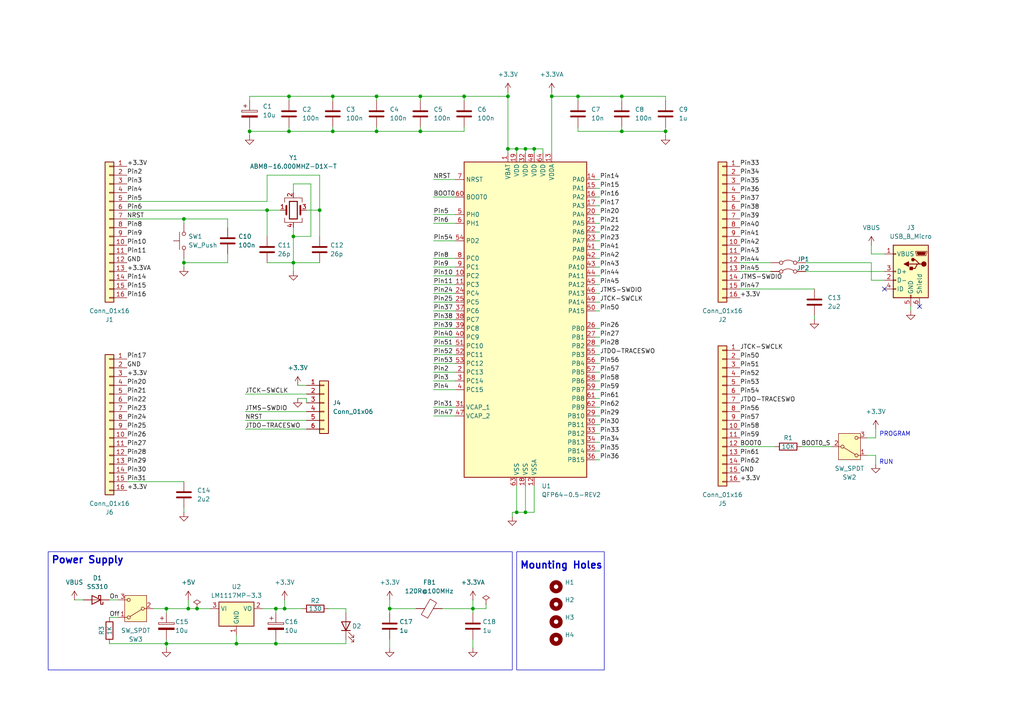
<source format=kicad_sch>
(kicad_sch (version 20250114) (generator "eeschema") (generator_version "9.0")
  (paper "A4")
  (lib_symbols
    (symbol "Connector:USB_B_Micro" (pin_names (offset 1.016))
      (property "Reference" "J" (at -5.08 11.43 0))
      (property "Value" "USB_B_Micro" (at -5.08 8.89 0))
      (symbol "USB_B_Micro_1_1"
        (pin passive line (at -2.54 -10.16 90) (length 2.54) (name "Shield") (number "6"))
        (pin power_out line (at 0 -10.16 90) (length 2.54) (name "GND") (number "5"))
        (pin power_out line (at 7.62 5.08 180) (length 2.54) (name "VBUS") (number "1"))
        (pin bidirectional line (at 7.62 0 180) (length 2.54) (name "D+") (number "3"))
        (pin bidirectional line (at 7.62 -2.54 180) (length 2.54) (name "D-") (number "2"))
        (pin passive line (at 7.62 -5.08 180) (length 2.54) (name "ID") (number "4"))
      )
    )
    (symbol "Connector_Generic:Conn_01x06" (pin_names (offset 1.016) (hide yes))
      (property "Reference" "J" (at 0 7.62 0))
      (property "Value" "Conn_01x06" (at 0 -10.16 0))
      (symbol "Conn_01x06_1_1"
        (pin passive line (at -5.08 5.08 0) (length 3.81) (name "Pin_1") (number "1"))
        (pin passive line (at -5.08 2.54 0) (length 3.81) (name "Pin_2") (number "2"))
        (pin passive line (at -5.08 0 0) (length 3.81) (name "Pin_3") (number "3"))
        (pin passive line (at -5.08 -2.54 0) (length 3.81) (name "Pin_4") (number "4"))
        (pin passive line (at -5.08 -5.08 0) (length 3.81) (name "Pin_5") (number "5"))
        (pin passive line (at -5.08 -7.62 0) (length 3.81) (name "Pin_6") (number "6"))
      )
    )
    (symbol "Connector_Generic:Conn_01x16" (pin_names (offset 1.016) (hide yes))
      (property "Reference" "J" (at 0 20.32 0))
      (property "Value" "Conn_01x16" (at 0 -22.86 0))
      (symbol "Conn_01x16_1_1"
        (pin passive line (at -5.08 17.78 0) (length 3.81) (name "Pin_1") (number "1"))
        (pin passive line (at -5.08 15.24 0) (length 3.81) (name "Pin_2") (number "2"))
        (pin passive line (at -5.08 12.7 0) (length 3.81) (name "Pin_3") (number "3"))
        (pin passive line (at -5.08 10.16 0) (length 3.81) (name "Pin_4") (number "4"))
        (pin passive line (at -5.08 7.62 0) (length 3.81) (name "Pin_5") (number "5"))
        (pin passive line (at -5.08 5.08 0) (length 3.81) (name "Pin_6") (number "6"))
        (pin passive line (at -5.08 2.54 0) (length 3.81) (name "Pin_7") (number "7"))
        (pin passive line (at -5.08 0 0) (length 3.81) (name "Pin_8") (number "8"))
        (pin passive line (at -5.08 -2.54 0) (length 3.81) (name "Pin_9") (number "9"))
        (pin passive line (at -5.08 -5.08 0) (length 3.81) (name "Pin_10") (number "10"))
        (pin passive line (at -5.08 -7.62 0) (length 3.81) (name "Pin_11") (number "11"))
        (pin passive line (at -5.08 -10.16 0) (length 3.81) (name "Pin_12") (number "12"))
        (pin passive line (at -5.08 -12.7 0) (length 3.81) (name "Pin_13") (number "13"))
        (pin passive line (at -5.08 -15.24 0) (length 3.81) (name "Pin_14") (number "14"))
        (pin passive line (at -5.08 -17.78 0) (length 3.81) (name "Pin_15") (number "15"))
        (pin passive line (at -5.08 -20.32 0) (length 3.81) (name "Pin_16") (number "16"))
      )
    )
    (symbol "Device:C" (pin_numbers (hide yes)) (pin_names (offset 0.254))
      (property "Reference" "C" (at 0.635 2.54 0))
      (property "Value" "C" (at 0.635 -2.54 0))
      (symbol "C_1_1"
        (pin passive line (at 0 3.81 270) (length 2.794) (name "~") (number "1"))
        (pin passive line (at 0 -3.81 90) (length 2.794) (name "~") (number "2"))
      )
    )
    (symbol "Device:C_Polarized" (pin_numbers (hide yes)) (pin_names (offset 0.254))
      (property "Reference" "C" (at 0.635 2.54 0))
      (property "Value" "C_Polarized" (at 0.635 -2.54 0))
      (symbol "C_Polarized_1_1"
        (pin passive line (at 0 3.81 270) (length 2.794) (name "~") (number "1"))
        (pin passive line (at 0 -3.81 90) (length 2.794) (name "~") (number "2"))
      )
    )
    (symbol "Device:Crystal_GND24" (pin_names (offset 1.016) (hide yes))
      (property "Reference" "Y" (at 3.175 5.08 0))
      (property "Value" "Crystal_GND24" (at 3.175 3.175 0))
      (symbol "Crystal_GND24_1_1"
        (pin passive line (at -3.81 0 0) (length 1.27) (name "1") (number "1"))
        (pin passive line (at 0 5.08 270) (length 1.27) (name "2") (number "2"))
        (pin passive line (at 0 -5.08 90) (length 1.27) (name "4") (number "4"))
        (pin passive line (at 3.81 0 180) (length 1.27) (name "3") (number "3"))
      )
    )
    (symbol "Device:FerriteBead" (pin_numbers (hide yes)) (pin_names (offset 0))
      (property "Reference" "FB" (at -3.81 0.635 90))
      (property "Value" "FerriteBead" (at 3.81 0 90))
      (symbol "FerriteBead_1_1"
        (pin passive line (at 0 3.81 270) (length 2.54) (name "~") (number "1"))
        (pin passive line (at 0 -3.81 90) (length 2.54) (name "~") (number "2"))
      )
    )
    (symbol "Device:LED" (pin_numbers (hide yes)) (pin_names (offset 1.016) (hide yes))
      (property "Reference" "D" (at 0 2.54 0))
      (property "Value" "LED" (at 0 -2.54 0))
      (symbol "LED_1_1"
        (pin passive line (at -3.81 0 0) (length 2.54) (name "K") (number "1"))
        (pin passive line (at 3.81 0 180) (length 2.54) (name "A") (number "2"))
      )
    )
    (symbol "Device:R" (pin_numbers (hide yes)) (pin_names (offset 0))
      (property "Reference" "R" (at 2.032 0 90))
      (property "Value" "R" (at 0 0 90))
      (symbol "R_1_1"
        (pin passive line (at 0 3.81 270) (length 1.27) (name "~") (number "1"))
        (pin passive line (at 0 -3.81 90) (length 1.27) (name "~") (number "2"))
      )
    )
    (symbol "Diode:SS310" (pin_numbers (hide yes)) (pin_names (offset 1.016) (hide yes))
      (property "Reference" "D" (at 0 2.54 0))
      (property "Value" "SS310" (at 0 -2.54 0))
      (symbol "SS310_1_1"
        (pin passive line (at -3.81 0 0) (length 2.54) (name "K") (number "1"))
        (pin passive line (at 3.81 0 180) (length 2.54) (name "A") (number "2"))
      )
    )
    (symbol "Jumper:Jumper_2_Bridged" (pin_numbers (hide yes)) (pin_names (offset 0) (hide yes)) (exclude_from_sim yes)
      (property "Reference" "JP" (at 0 1.905 0))
      (property "Value" "Jumper_2_Bridged" (at 0 -2.54 0))
      (symbol "Jumper_2_Bridged_1_1"
        (pin passive line (at -5.08 0 0) (length 2.54) (name "A") (number "1"))
        (pin passive line (at 5.08 0 180) (length 2.54) (name "B") (number "2"))
      )
    )
    (symbol "Mechanical:MountingHole" (pin_names (offset 1.016)) (exclude_from_sim yes) (in_bom no)
      (property "Reference" "H" (at 0 5.08 0))
      (property "Value" "MountingHole" (at 0 3.175 0))
    )
    (symbol "Regulator_Linear:LM1117MP-3.3"
      (property "Reference" "U" (at -3.81 3.175 0))
      (property "Value" "LM1117MP-3.3" (at 0 3.175 0))
      (symbol "LM1117MP-3.3_1_1"
        (pin power_in line (at -7.62 0 0) (length 2.54) (name "VI") (number "3"))
        (pin power_in line (at 0 -7.62 90) (length 2.54) (name "GND") (number "1"))
        (pin power_out line (at 7.62 0 180) (length 2.54) (name "VO") (number "2"))
      )
    )
    (symbol "SloBlo:QFP64-0.5-REV2"
      (property "Reference" "U" (at -17.78 46.99 0))
      (property "Value" "QFP64-0.5-REV2" (at 10.16 46.99 0))
      (symbol "QFP64-0.5-REV2_1_1"
        (pin input line (at -20.32 40.64 0) (length 2.54) (name "NRST") (number "7"))
        (pin input line (at -20.32 35.56 0) (length 2.54) (name "BOOT0") (number "60"))
        (pin bidirectional line (at -20.32 30.48 0) (length 2.54) (name "PH0") (number "5"))
        (pin bidirectional line (at -20.32 27.94 0) (length 2.54) (name "PH1") (number "6"))
        (pin bidirectional line (at -20.32 22.86 0) (length 2.54) (name "PD2") (number "54"))
        (pin bidirectional line (at -20.32 17.78 0) (length 2.54) (name "PC0") (number "8"))
        (pin bidirectional line (at -20.32 15.24 0) (length 2.54) (name "PC1") (number "9"))
        (pin bidirectional line (at -20.32 12.7 0) (length 2.54) (name "PC2") (number "10"))
        (pin bidirectional line (at -20.32 10.16 0) (length 2.54) (name "PC3") (number "11"))
        (pin bidirectional line (at -20.32 7.62 0) (length 2.54) (name "PC4") (number "24"))
        (pin bidirectional line (at -20.32 5.08 0) (length 2.54) (name "PC5") (number "25"))
        (pin bidirectional line (at -20.32 2.54 0) (length 2.54) (name "PC6") (number "37"))
        (pin bidirectional line (at -20.32 0 0) (length 2.54) (name "PC7") (number "38"))
        (pin bidirectional line (at -20.32 -2.54 0) (length 2.54) (name "PC8") (number "39"))
        (pin bidirectional line (at -20.32 -5.08 0) (length 2.54) (name "PC9") (number "40"))
        (pin bidirectional line (at -20.32 -7.62 0) (length 2.54) (name "PC10") (number "51"))
        (pin bidirectional line (at -20.32 -10.16 0) (length 2.54) (name "PC11") (number "52"))
        (pin bidirectional line (at -20.32 -12.7 0) (length 2.54) (name "PC12") (number "53"))
        (pin bidirectional line (at -20.32 -15.24 0) (length 2.54) (name "PC13") (number "2"))
        (pin bidirectional line (at -20.32 -17.78 0) (length 2.54) (name "PC14") (number "3"))
        (pin bidirectional line (at -20.32 -20.32 0) (length 2.54) (name "PC15") (number "4"))
        (pin power_out line (at -20.32 -25.4 0) (length 2.54) (name "VCAP_1") (number "31"))
        (pin power_out line (at -20.32 -27.94 0) (length 2.54) (name "VCAP_2") (number "47"))
        (pin power_in line (at -5.08 48.26 270) (length 2.54) (name "VBAT") (number "1"))
        (pin power_in line (at -2.54 48.26 270) (length 2.54) (name "VDD") (number "19"))
        (pin passive line (at -2.54 -48.26 90) (length 2.54) (name "VSS") (number "63"))
        (pin power_in line (at 0 48.26 270) (length 2.54) (name "VDD") (number "32"))
        (pin power_in line (at 0 -48.26 90) (length 2.54) (name "VSS") (number "18"))
        (pin power_in line (at 2.54 48.26 270) (length 2.54) (name "VDD") (number "48"))
        (pin power_in line (at 2.54 -48.26 90) (length 2.54) (name "VSSA") (number "12"))
        (pin power_in line (at 5.08 48.26 270) (length 2.54) (name "VDD") (number "64"))
        (pin power_in line (at 7.62 48.26 270) (length 2.54) (name "VDDA") (number "13"))
        (pin bidirectional line (at 20.32 40.64 180) (length 2.54) (name "PA0") (number "14"))
        (pin bidirectional line (at 20.32 38.1 180) (length 2.54) (name "PA1") (number "15"))
        (pin bidirectional line (at 20.32 35.56 180) (length 2.54) (name "PA2") (number "16"))
        (pin bidirectional line (at 20.32 33.02 180) (length 2.54) (name "PA3") (number "17"))
        (pin bidirectional line (at 20.32 30.48 180) (length 2.54) (name "PA4") (number "20"))
        (pin bidirectional line (at 20.32 27.94 180) (length 2.54) (name "PA5") (number "21"))
        (pin bidirectional line (at 20.32 25.4 180) (length 2.54) (name "PA6") (number "22"))
        (pin bidirectional line (at 20.32 22.86 180) (length 2.54) (name "PA7") (number "23"))
        (pin bidirectional line (at 20.32 20.32 180) (length 2.54) (name "PA8") (number "41"))
        (pin bidirectional line (at 20.32 17.78 180) (length 2.54) (name "PA9") (number "42"))
        (pin bidirectional line (at 20.32 15.24 180) (length 2.54) (name "PA10") (number "43"))
        (pin bidirectional line (at 20.32 12.7 180) (length 2.54) (name "PA11") (number "44"))
        (pin bidirectional line (at 20.32 10.16 180) (length 2.54) (name "PA12") (number "45"))
        (pin bidirectional line (at 20.32 7.62 180) (length 2.54) (name "PA13") (number "46"))
        (pin bidirectional line (at 20.32 5.08 180) (length 2.54) (name "PA14") (number "49"))
        (pin bidirectional line (at 20.32 2.54 180) (length 2.54) (name "PA15") (number "50"))
        (pin bidirectional line (at 20.32 -2.54 180) (length 2.54) (name "PB0") (number "26"))
        (pin bidirectional line (at 20.32 -5.08 180) (length 2.54) (name "PB1") (number "27"))
        (pin bidirectional line (at 20.32 -7.62 180) (length 2.54) (name "PB2") (number "28"))
        (pin bidirectional line (at 20.32 -10.16 180) (length 2.54) (name "PB3") (number "55"))
        (pin bidirectional line (at 20.32 -12.7 180) (length 2.54) (name "PB4") (number "56"))
        (pin bidirectional line (at 20.32 -15.24 180) (length 2.54) (name "PB5") (number "57"))
        (pin bidirectional line (at 20.32 -17.78 180) (length 2.54) (name "PB6") (number "58"))
        (pin bidirectional line (at 20.32 -20.32 180) (length 2.54) (name "PB7") (number "59"))
        (pin bidirectional line (at 20.32 -22.86 180) (length 2.54) (name "PB8") (number "61"))
        (pin bidirectional line (at 20.32 -25.4 180) (length 2.54) (name "PB9") (number "62"))
        (pin bidirectional line (at 20.32 -27.94 180) (length 2.54) (name "PB10") (number "29"))
        (pin bidirectional line (at 20.32 -30.48 180) (length 2.54) (name "PB11") (number "30"))
        (pin bidirectional line (at 20.32 -33.02 180) (length 2.54) (name "PB12") (number "33"))
        (pin bidirectional line (at 20.32 -35.56 180) (length 2.54) (name "PB13") (number "34"))
        (pin bidirectional line (at 20.32 -38.1 180) (length 2.54) (name "PB14") (number "35"))
        (pin bidirectional line (at 20.32 -40.64 180) (length 2.54) (name "PB15") (number "36"))
      )
    )
    (symbol "Switch:SW_Push" (pin_numbers (hide yes)) (pin_names (offset 1.016) (hide yes))
      (property "Reference" "SW" (at 1.27 2.54 0))
      (property "Value" "SW_Push" (at 0 -1.524 0))
      (symbol "SW_Push_0_1"
        (pin passive line (at -5.08 0 0) (length 2.54) (name "1") (number "1"))
        (pin passive line (at 5.08 0 180) (length 2.54) (name "2") (number "2"))
      )
    )
    (symbol "Switch:SW_SPDT" (pin_names (offset 0) (hide yes))
      (property "Reference" "SW" (at 0 5.08 0))
      (property "Value" "SW_SPDT" (at 0 -5.08 0))
      (symbol "SW_SPDT_1_1"
        (pin passive line (at -5.08 0 0) (length 2.54) (name "B") (number "2"))
        (pin passive line (at 5.08 2.54 180) (length 2.54) (name "A") (number "1"))
        (pin passive line (at 5.08 -2.54 180) (length 2.54) (name "C") (number "3"))
      )
    )
    (symbol "power:+3.3V" (power) (pin_numbers (hide yes)) (pin_names (offset 0) (hide yes))
      (property "Value" "+3.3V" (at 0 3.556 0))
      (symbol "+3.3V_1_1"
        (pin power_in line (at 0 0 90) (length 0) (name "~") (number "1"))
      )
    )
    (symbol "power:+3.3VA" (power) (pin_numbers (hide yes)) (pin_names (offset 0) (hide yes))
      (property "Value" "+3.3VA" (at 0 3.556 0))
      (symbol "+3.3VA_1_1"
        (pin power_in line (at 0 0 90) (length 0) (name "~") (number "1"))
      )
    )
    (symbol "power:+5V" (power) (pin_numbers (hide yes)) (pin_names (offset 0) (hide yes))
      (property "Value" "+5V" (at 0 3.556 0))
      (symbol "+5V_1_1"
        (pin power_in line (at 0 0 90) (length 0) (name "~") (number "1"))
      )
    )
    (symbol "power:GND" (power) (pin_numbers (hide yes)) (pin_names (offset 0) (hide yes))
      (property "Value" "GND" (at 0 -3.81 0))
      (symbol "GND_1_1"
        (pin power_in line (at 0 0 270) (length 0) (name "~") (number "1"))
      )
    )
    (symbol "power:PWR_FLAG" (power) (pin_numbers (hide yes)) (pin_names (offset 0) (hide yes))
      (property "Value" "PWR_FLAG" (at 0 3.81 0))
      (symbol "PWR_FLAG_0_0"
        (pin power_out line (at 0 0 90) (length 0) (name "~") (number "1"))
      )
    )
    (symbol "power:VBUS" (power) (pin_numbers (hide yes)) (pin_names (offset 0) (hide yes))
      (property "Value" "VBUS" (at 0 3.556 0))
      (symbol "VBUS_1_1"
        (pin power_in line (at 0 0 90) (length 0) (name "~") (number "1"))
      )
    )
  )
  (rectangle (start 13.97 160.02) (end 148.59 194.31))
  (rectangle (start 149.86 160.02) (end 175.26 194.31))
  (text "RUN" (at 257.048 134.112 0) (effects (font (size 1.27 1.27))))
  (text "PROGRAM" (at 259.588 125.984 0) (effects (font (size 1.27 1.27))))
  (text "Mounting Holes" (at 162.814 164.084 0) (effects (font (size 2.032 2.032) (thickness 0.4064) (bold yes))))
  (text "Power Supply" (at 25.4 162.56 0) (effects (font (size 2.032 2.032) (thickness 0.4064) (bold yes))))
  (junction (at 92.71 60.96))
  (junction (at 54.61 176.53))
  (junction (at 85.09 76.2))
  (junction (at 152.4 148.59))
  (junction (at 154.94 43.18))
  (junction (at 149.86 43.18))
  (junction (at 152.4 43.18))
  (junction (at 68.58 186.69))
  (junction (at 109.22 27.94))
  (junction (at 83.82 27.94))
  (junction (at 149.86 148.59))
  (junction (at 57.15 176.53))
  (junction (at 147.32 27.94))
  (junction (at 82.55 176.53))
  (junction (at 167.64 27.94))
  (junction (at 193.04 38.1))
  (junction (at 80.01 176.53))
  (junction (at 83.82 38.1))
  (junction (at 134.62 27.94))
  (junction (at 180.34 38.1))
  (junction (at 180.34 27.94))
  (junction (at 77.47 60.96))
  (junction (at 121.92 27.94))
  (junction (at 96.52 38.1))
  (junction (at 109.22 38.1))
  (junction (at 121.92 38.1))
  (junction (at 137.16 176.53))
  (junction (at 48.26 186.69))
  (junction (at 72.39 38.1))
  (junction (at 80.01 186.69))
  (junction (at 113.03 176.53))
  (junction (at 160.02 27.94))
  (junction (at 147.32 43.18))
  (junction (at 85.09 68.58))
  (junction (at 53.34 63.5))
  (junction (at 48.26 176.53))
  (junction (at 53.34 76.2))
  (junction (at 96.52 27.94))
  (no_connect (at 266.7 88.9))
  (no_connect (at 256.54 83.82))
  (wire (pts (xy 125.73 105.41) (xy 132.08 105.41)))
  (wire (pts (xy 76.2 176.53) (xy 80.01 176.53)))
  (wire (pts (xy 81.28 60.96) (xy 77.47 60.96)))
  (wire (pts (xy 125.73 120.65) (xy 132.08 120.65)))
  (wire (pts (xy 172.72 107.95) (xy 173.99 107.95)))
  (wire (pts (xy 48.26 186.69) (xy 48.26 187.96)))
  (wire (pts (xy 125.73 64.77) (xy 132.08 64.77)))
  (wire (pts (xy 72.39 27.94) (xy 83.82 27.94)))
  (wire (pts (xy 193.04 36.83) (xy 193.04 38.1)))
  (wire (pts (xy 214.63 78.74) (xy 223.52 78.74)))
  (wire (pts (xy 214.63 76.2) (xy 223.52 76.2)))
  (wire (pts (xy 172.72 105.41) (xy 173.99 105.41)))
  (wire (pts (xy 125.73 74.93) (xy 132.08 74.93)))
  (wire (pts (xy 109.22 27.94) (xy 109.22 29.21)))
  (wire (pts (xy 180.34 38.1) (xy 193.04 38.1)))
  (wire (pts (xy 193.04 38.1) (xy 193.04 39.37)))
  (wire (pts (xy 137.16 185.42) (xy 137.16 187.96)))
  (wire (pts (xy 125.73 95.25) (xy 132.08 95.25)))
  (wire (pts (xy 172.72 123.19) (xy 173.99 123.19)))
  (wire (pts (xy 137.16 173.99) (xy 137.16 176.53)))
  (wire (pts (xy 83.82 27.94) (xy 83.82 29.21)))
  (wire (pts (xy 148.59 148.59) (xy 148.59 149.86)))
  (wire (pts (xy 72.39 38.1) (xy 72.39 39.37)))
  (wire (pts (xy 113.03 173.99) (xy 113.03 176.53)))
  (wire (pts (xy 80.01 186.69) (xy 68.58 186.69)))
  (wire (pts (xy 77.47 76.2) (xy 85.09 76.2)))
  (wire (pts (xy 92.71 50.8) (xy 92.71 60.96)))
  (wire (pts (xy 125.73 100.33) (xy 132.08 100.33)))
  (wire (pts (xy 36.83 139.7) (xy 53.34 139.7)))
  (wire (pts (xy 172.72 64.77) (xy 173.99 64.77)))
  (wire (pts (xy 125.73 118.11) (xy 132.08 118.11)))
  (wire (pts (xy 251.46 127) (xy 254 127)))
  (wire (pts (xy 125.73 62.23) (xy 132.08 62.23)))
  (wire (pts (xy 83.82 36.83) (xy 83.82 38.1)))
  (wire (pts (xy 83.82 27.94) (xy 96.52 27.94)))
  (wire (pts (xy 80.01 177.8) (xy 80.01 176.53)))
  (wire (pts (xy 180.34 27.94) (xy 180.34 29.21)))
  (wire (pts (xy 134.62 36.83) (xy 134.62 38.1)))
  (wire (pts (xy 86.36 115.57) (xy 88.9 115.57)))
  (wire (pts (xy 172.72 54.61) (xy 173.99 54.61)))
  (wire (pts (xy 180.34 27.94) (xy 167.64 27.94)))
  (wire (pts (xy 48.26 185.42) (xy 48.26 186.69)))
  (wire (pts (xy 172.72 100.33) (xy 173.99 100.33)))
  (wire (pts (xy 36.83 60.96) (xy 77.47 60.96)))
  (wire (pts (xy 147.32 43.18) (xy 149.86 43.18)))
  (wire (pts (xy 53.34 63.5) (xy 53.34 64.77)))
  (wire (pts (xy 172.72 120.65) (xy 173.99 120.65)))
  (wire (pts (xy 172.72 102.87) (xy 173.99 102.87)))
  (wire (pts (xy 125.73 90.17) (xy 132.08 90.17)))
  (wire (pts (xy 92.71 60.96) (xy 92.71 68.58)))
  (wire (pts (xy 125.73 52.07) (xy 132.08 52.07)))
  (wire (pts (xy 149.86 148.59) (xy 152.4 148.59)))
  (wire (pts (xy 36.83 58.42) (xy 77.47 58.42)))
  (wire (pts (xy 172.72 87.63) (xy 173.99 87.63)))
  (wire (pts (xy 121.92 36.83) (xy 121.92 38.1)))
  (wire (pts (xy 172.72 62.23) (xy 173.99 62.23)))
  (wire (pts (xy 85.09 55.88) (xy 85.09 53.34)))
  (wire (pts (xy 172.72 128.27) (xy 173.99 128.27)))
  (wire (pts (xy 236.22 91.44) (xy 236.22 92.71)))
  (wire (pts (xy 80.01 176.53) (xy 82.55 176.53)))
  (wire (pts (xy 95.25 176.53) (xy 100.33 176.53)))
  (wire (pts (xy 68.58 186.69) (xy 48.26 186.69)))
  (wire (pts (xy 167.64 36.83) (xy 167.64 38.1)))
  (wire (pts (xy 154.94 140.97) (xy 154.94 148.59)))
  (wire (pts (xy 232.41 129.54) (xy 241.3 129.54)))
  (wire (pts (xy 82.55 176.53) (xy 87.63 176.53)))
  (wire (pts (xy 125.73 85.09) (xy 132.08 85.09)))
  (wire (pts (xy 134.62 27.94) (xy 147.32 27.94)))
  (wire (pts (xy 172.72 80.01) (xy 173.99 80.01)))
  (wire (pts (xy 109.22 36.83) (xy 109.22 38.1)))
  (wire (pts (xy 80.01 185.42) (xy 80.01 186.69)))
  (wire (pts (xy 152.4 43.18) (xy 152.4 44.45)))
  (wire (pts (xy 149.86 43.18) (xy 149.86 44.45)))
  (wire (pts (xy 92.71 50.8) (xy 77.47 50.8)))
  (wire (pts (xy 137.16 177.8) (xy 137.16 176.53)))
  (wire (pts (xy 172.72 72.39) (xy 173.99 72.39)))
  (wire (pts (xy 128.27 176.53) (xy 137.16 176.53)))
  (wire (pts (xy 96.52 27.94) (xy 109.22 27.94)))
  (wire (pts (xy 172.72 74.93) (xy 173.99 74.93)))
  (wire (pts (xy 21.59 173.99) (xy 24.13 173.99)))
  (wire (pts (xy 71.12 119.38) (xy 88.9 119.38)))
  (wire (pts (xy 172.72 59.69) (xy 173.99 59.69)))
  (wire (pts (xy 44.45 176.53) (xy 48.26 176.53)))
  (wire (pts (xy 157.48 43.18) (xy 157.48 44.45)))
  (wire (pts (xy 96.52 27.94) (xy 96.52 29.21)))
  (wire (pts (xy 149.86 43.18) (xy 152.4 43.18)))
  (wire (pts (xy 48.26 177.8) (xy 48.26 176.53)))
  (wire (pts (xy 125.73 92.71) (xy 132.08 92.71)))
  (wire (pts (xy 77.47 60.96) (xy 77.47 68.58)))
  (wire (pts (xy 172.72 133.35) (xy 173.99 133.35)))
  (wire (pts (xy 113.03 185.42) (xy 113.03 187.96)))
  (wire (pts (xy 109.22 38.1) (xy 96.52 38.1)))
  (wire (pts (xy 125.73 80.01) (xy 132.08 80.01)))
  (wire (pts (xy 88.9 60.96) (xy 92.71 60.96)))
  (wire (pts (xy 54.61 173.99) (xy 54.61 176.53)))
  (wire (pts (xy 137.16 176.53) (xy 140.97 176.53)))
  (wire (pts (xy 172.72 90.17) (xy 173.99 90.17)))
  (wire (pts (xy 154.94 43.18) (xy 154.94 44.45)))
  (wire (pts (xy 125.73 69.85) (xy 132.08 69.85)))
  (wire (pts (xy 125.73 110.49) (xy 132.08 110.49)))
  (wire (pts (xy 85.09 53.34) (xy 90.17 53.34)))
  (wire (pts (xy 72.39 36.83) (xy 72.39 38.1)))
  (wire (pts (xy 172.72 115.57) (xy 173.99 115.57)))
  (wire (pts (xy 134.62 38.1) (xy 121.92 38.1)))
  (wire (pts (xy 233.68 78.74) (xy 256.54 78.74)))
  (wire (pts (xy 160.02 27.94) (xy 160.02 44.45)))
  (wire (pts (xy 121.92 38.1) (xy 109.22 38.1)))
  (wire (pts (xy 53.34 76.2) (xy 53.34 77.47)))
  (wire (pts (xy 121.92 27.94) (xy 121.92 29.21)))
  (wire (pts (xy 167.64 29.21) (xy 167.64 27.94)))
  (wire (pts (xy 172.72 57.15) (xy 173.99 57.15)))
  (wire (pts (xy 172.72 95.25) (xy 173.99 95.25)))
  (wire (pts (xy 147.32 27.94) (xy 147.32 43.18)))
  (wire (pts (xy 152.4 140.97) (xy 152.4 148.59)))
  (wire (pts (xy 66.04 63.5) (xy 53.34 63.5)))
  (wire (pts (xy 254 127) (xy 254 124.46)))
  (wire (pts (xy 125.73 97.79) (xy 132.08 97.79)))
  (wire (pts (xy 193.04 27.94) (xy 180.34 27.94)))
  (wire (pts (xy 125.73 113.03) (xy 132.08 113.03)))
  (wire (pts (xy 53.34 74.93) (xy 53.34 76.2)))
  (wire (pts (xy 152.4 148.59) (xy 154.94 148.59)))
  (wire (pts (xy 167.64 38.1) (xy 180.34 38.1)))
  (wire (pts (xy 125.73 82.55) (xy 132.08 82.55)))
  (wire (pts (xy 125.73 102.87) (xy 132.08 102.87)))
  (wire (pts (xy 113.03 177.8) (xy 113.03 176.53)))
  (wire (pts (xy 134.62 27.94) (xy 134.62 29.21)))
  (wire (pts (xy 85.09 68.58) (xy 85.09 76.2)))
  (wire (pts (xy 252.73 73.66) (xy 256.54 73.66)))
  (wire (pts (xy 252.73 71.12) (xy 252.73 73.66)))
  (wire (pts (xy 100.33 176.53) (xy 100.33 177.8)))
  (wire (pts (xy 85.09 68.58) (xy 90.17 68.58)))
  (wire (pts (xy 149.86 140.97) (xy 149.86 148.59)))
  (wire (pts (xy 83.82 38.1) (xy 72.39 38.1)))
  (wire (pts (xy 172.72 85.09) (xy 173.99 85.09)))
  (wire (pts (xy 172.72 130.81) (xy 173.99 130.81)))
  (wire (pts (xy 66.04 73.66) (xy 66.04 76.2)))
  (wire (pts (xy 214.63 83.82) (xy 236.22 83.82)))
  (wire (pts (xy 90.17 53.34) (xy 90.17 68.58)))
  (wire (pts (xy 57.15 176.53) (xy 60.96 176.53)))
  (wire (pts (xy 54.61 176.53) (xy 48.26 176.53)))
  (wire (pts (xy 172.72 52.07) (xy 173.99 52.07)))
  (wire (pts (xy 160.02 26.67) (xy 160.02 27.94)))
  (wire (pts (xy 172.72 97.79) (xy 173.99 97.79)))
  (wire (pts (xy 167.64 27.94) (xy 160.02 27.94)))
  (wire (pts (xy 96.52 36.83) (xy 96.52 38.1)))
  (wire (pts (xy 148.59 148.59) (xy 149.86 148.59)))
  (wire (pts (xy 66.04 76.2) (xy 53.34 76.2)))
  (wire (pts (xy 71.12 114.3) (xy 88.9 114.3)))
  (wire (pts (xy 233.68 76.2) (xy 252.73 76.2)))
  (wire (pts (xy 53.34 147.32) (xy 53.34 148.59)))
  (wire (pts (xy 88.9 115.57) (xy 88.9 116.84)))
  (wire (pts (xy 72.39 29.21) (xy 72.39 27.94)))
  (wire (pts (xy 172.72 113.03) (xy 173.99 113.03)))
  (wire (pts (xy 152.4 43.18) (xy 154.94 43.18)))
  (wire (pts (xy 85.09 66.04) (xy 85.09 68.58)))
  (wire (pts (xy 154.94 43.18) (xy 157.48 43.18)))
  (wire (pts (xy 125.73 57.15) (xy 132.08 57.15)))
  (wire (pts (xy 121.92 27.94) (xy 134.62 27.94)))
  (wire (pts (xy 68.58 184.15) (xy 68.58 186.69)))
  (wire (pts (xy 113.03 176.53) (xy 120.65 176.53)))
  (wire (pts (xy 147.32 43.18) (xy 147.32 44.45)))
  (wire (pts (xy 172.72 77.47) (xy 173.99 77.47)))
  (wire (pts (xy 82.55 173.99) (xy 82.55 176.53)))
  (wire (pts (xy 86.36 111.76) (xy 88.9 111.76)))
  (wire (pts (xy 85.09 76.2) (xy 92.71 76.2)))
  (wire (pts (xy 172.72 82.55) (xy 173.99 82.55)))
  (wire (pts (xy 125.73 77.47) (xy 132.08 77.47)))
  (wire (pts (xy 109.22 27.94) (xy 121.92 27.94)))
  (wire (pts (xy 264.16 88.9) (xy 264.16 90.17)))
  (wire (pts (xy 96.52 38.1) (xy 83.82 38.1)))
  (wire (pts (xy 80.01 186.69) (xy 100.33 186.69)))
  (wire (pts (xy 125.73 107.95) (xy 132.08 107.95)))
  (wire (pts (xy 125.73 87.63) (xy 132.08 87.63)))
  (wire (pts (xy 180.34 36.83) (xy 180.34 38.1)))
  (wire (pts (xy 251.46 132.08) (xy 254 132.08)))
  (wire (pts (xy 147.32 26.67) (xy 147.32 27.94)))
  (wire (pts (xy 256.54 81.28) (xy 252.73 81.28)))
  (wire (pts (xy 172.72 69.85) (xy 173.99 69.85)))
  (wire (pts (xy 85.09 76.2) (xy 85.09 78.74)))
  (wire (pts (xy 66.04 66.04) (xy 66.04 63.5)))
  (wire (pts (xy 172.72 67.31) (xy 173.99 67.31)))
  (wire (pts (xy 214.63 129.54) (xy 224.79 129.54)))
  (wire (pts (xy 254 132.08) (xy 254 134.62)))
  (wire (pts (xy 31.75 179.07) (xy 34.29 179.07)))
  (wire (pts (xy 31.75 186.69) (xy 48.26 186.69)))
  (wire (pts (xy 100.33 186.69) (xy 100.33 185.42)))
  (wire (pts (xy 172.72 110.49) (xy 173.99 110.49)))
  (wire (pts (xy 140.97 175.26) (xy 140.97 176.53)))
  (wire (pts (xy 172.72 125.73) (xy 173.99 125.73)))
  (wire (pts (xy 172.72 118.11) (xy 173.99 118.11)))
  (wire (pts (xy 193.04 29.21) (xy 193.04 27.94)))
  (wire (pts (xy 54.61 176.53) (xy 57.15 176.53)))
  (wire (pts (xy 36.83 63.5) (xy 53.34 63.5)))
  (wire (pts (xy 252.73 81.28) (xy 252.73 76.2)))
  (wire (pts (xy 71.12 124.46) (xy 88.9 124.46)))
  (wire (pts (xy 71.12 121.92) (xy 88.9 121.92)))
  (wire (pts (xy 77.47 50.8) (xy 77.47 58.42)))
  (wire (pts (xy 31.75 173.99) (xy 34.29 173.99)))
  (label "Pin25" (at 125.73 87.63 0))
  (label "Pin22" (at 36.83 116.84 0))
  (label "Pin27" (at 36.83 129.54 0))
  (label "JTCK-SWCLK" (at 173.99 87.63 0))
  (label "JTDO-TRACESWO" (at 214.63 116.84 0))
  (label "Pin20" (at 173.99 62.23 0))
  (label "Pin35" (at 214.63 53.34 0))
  (label "Pin39" (at 214.63 63.5 0))
  (label "Pin9" (at 125.73 77.47 0))
  (label "Pin57" (at 214.63 121.92 0))
  (label "Pin50" (at 214.63 104.14 0))
  (label "Pin39" (at 125.73 95.25 0))
  (label "Pin4" (at 36.83 55.88 0))
  (label "Pin52" (at 214.63 109.22 0))
  (label "Pin54" (at 125.73 69.85 0))
  (label "NRST" (at 36.83 63.5 0))
  (label "Pin26" (at 36.83 127 0))
  (label "On" (at 31.75 173.99 0))
  (label "Pin3" (at 36.83 53.34 0))
  (label "BOOT0_S" (at 232.41 129.54 0))
  (label "JTMS-SWDIO" (at 173.99 85.09 0))
  (label "Pin38" (at 214.63 60.96 0))
  (label "NRST" (at 71.12 121.92 0))
  (label "Pin10" (at 36.83 71.12 0))
  (label "JTCK-SWCLK" (at 214.63 101.6 0))
  (label "Pin41" (at 173.99 72.39 0))
  (label "Pin53" (at 125.73 105.41 0))
  (label "Pin4" (at 125.73 113.03 0))
  (label "Pin37" (at 214.63 58.42 0))
  (label "Pin22" (at 173.99 67.31 0))
  (label "Pin29" (at 173.99 120.65 0))
  (label "Pin61" (at 214.63 132.08 0))
  (label "Pin29" (at 36.83 134.62 0))
  (label "Pin15" (at 173.99 54.61 0))
  (label "GND" (at 214.63 137.16 0))
  (label "Pin8" (at 36.83 66.04 0))
  (label "Pin58" (at 214.63 124.46 0))
  (label "Pin40" (at 125.73 97.79 0))
  (label "Pin15" (at 36.83 83.82 0))
  (label "Pin59" (at 214.63 127 0))
  (label "Pin20" (at 36.83 111.76 0))
  (label "+3.3VA" (at 36.83 78.74 0))
  (label "Pin47" (at 125.73 120.65 0))
  (label "Pin36" (at 214.63 55.88 0))
  (label "Pin36" (at 173.99 133.35 0))
  (label "Pin8" (at 125.73 74.93 0))
  (label "Pin34" (at 173.99 128.27 0))
  (label "Pin5" (at 125.73 62.23 0))
  (label "Pin43" (at 173.99 77.47 0))
  (label "Pin33" (at 214.63 48.26 0))
  (label "Pin6" (at 36.83 60.96 0))
  (label "Pin41" (at 214.63 68.58 0))
  (label "Pin28" (at 36.83 132.08 0))
  (label "Pin16" (at 36.83 86.36 0))
  (label "Pin40" (at 214.63 66.04 0))
  (label "Pin27" (at 173.99 97.79 0))
  (label "Pin14" (at 173.99 52.07 0))
  (label "Pin16" (at 173.99 57.15 0))
  (label "Pin47" (at 214.63 83.82 0))
  (label "Pin62" (at 173.99 118.11 0))
  (label "Pin31" (at 36.83 139.7 0))
  (label "Pin56" (at 173.99 105.41 0))
  (label "Pin24" (at 36.83 121.92 0))
  (label "Pin50" (at 173.99 90.17 0))
  (label "Pin2" (at 36.83 50.8 0))
  (label "GND" (at 36.83 76.2 0))
  (label "GND" (at 36.83 106.68 0))
  (label "Pin42" (at 173.99 74.93 0))
  (label "Pin44" (at 214.63 76.2 0))
  (label "Pin45" (at 214.63 78.74 0))
  (label "Pin51" (at 125.73 100.33 0))
  (label "Pin61" (at 173.99 115.57 0))
  (label "Pin10" (at 125.73 80.01 0))
  (label "Pin14" (at 36.83 81.28 0))
  (label "Pin3" (at 125.73 110.49 0))
  (label "+3.3V" (at 36.83 48.26 0))
  (label "Pin17" (at 173.99 59.69 0))
  (label "Pin59" (at 173.99 113.03 0))
  (label "Pin28" (at 173.99 100.33 0))
  (label "Pin54" (at 214.63 114.3 0))
  (label "Pin23" (at 36.83 119.38 0))
  (label "JTDO-TRACESWO" (at 71.12 124.46 0))
  (label "Pin9" (at 36.83 68.58 0))
  (label "Pin35" (at 173.99 130.81 0))
  (label "Pin2" (at 125.73 107.95 0))
  (label "+3.3V" (at 36.83 142.24 0))
  (label "Pin5" (at 36.83 58.42 0))
  (label "Pin37" (at 125.73 90.17 0))
  (label "+3.3V" (at 214.63 86.36 0))
  (label "Pin30" (at 36.83 137.16 0))
  (label "Pin62" (at 214.63 134.62 0))
  (label "Pin11" (at 125.73 82.55 0))
  (label "Pin26" (at 173.99 95.25 0))
  (label "Pin6" (at 125.73 64.77 0))
  (label "Pin21" (at 36.83 114.3 0))
  (label "Pin44" (at 173.99 80.01 0))
  (label "Pin52" (at 125.73 102.87 0))
  (label "Pin34" (at 214.63 50.8 0))
  (label "JTMS-SWDIO" (at 214.63 81.28 0))
  (label "Pin42" (at 214.63 71.12 0))
  (label "Pin24" (at 125.73 85.09 0))
  (label "+3.3V" (at 214.63 139.7 0))
  (label "Pin23" (at 173.99 69.85 0))
  (label "JTDO-TRACESWO" (at 173.99 102.87 0))
  (label "Pin21" (at 173.99 64.77 0))
  (label "Pin51" (at 214.63 106.68 0))
  (label "Pin45" (at 173.99 82.55 0))
  (label "Pin56" (at 214.63 119.38 0))
  (label "Pin30" (at 173.99 123.19 0))
  (label "JTCK-SWCLK" (at 71.12 114.3 0))
  (label "Pin38" (at 125.73 92.71 0))
  (label "Pin11" (at 36.83 73.66 0))
  (label "Pin57" (at 173.99 107.95 0))
  (label "BOOT0" (at 125.73 57.15 0))
  (label "Pin53" (at 214.63 111.76 0))
  (label "BOOT0" (at 214.63 129.54 0))
  (label "Pin31" (at 125.73 118.11 0))
  (label "Pin58" (at 173.99 110.49 0))
  (label "+3.3V" (at 36.83 109.22 0))
  (label "Off" (at 31.75 179.07 0))
  (label "Pin17" (at 36.83 104.14 0))
  (label "Pin33" (at 173.99 125.73 0))
  (label "Pin43" (at 214.63 73.66 0))
  (label "JTMS-SWDIO" (at 71.12 119.38 0))
  (label "Pin25" (at 36.83 124.46 0))
  (label "NRST" (at 125.73 52.07 0))
  (symbol (lib_id "Device:C_Polarized") (at 72.39 33.02 0) (unit 1)
    (property "Reference" "C1" (at 76.2 30.8609 0) (effects (justify left)))
    (property "Value" "10u" (at 76.2 33.4009 0) (effects (justify left)))
    (property "Footprint" "Capacitor_THT:CP_Radial_D8.0mm_P3.50mm" (effects (hide yes)))
    (property "Description" "Polarized capacitor" (effects (hide yes)))
  )
  (symbol (lib_id "power:GND") (at 53.34 77.47 0) (unit 1)
    (property "Reference" "#PWR06" (effects (hide yes)))
    (property "Value" "GND" (effects (hide yes)))
    (property "Description" "Power symbol creates a global label with name \"GND\" , ground" (effects (hide yes)))
  )
  (symbol (lib_id "power:GND") (at 85.09 78.74 0) (unit 1)
    (property "Reference" "#PWR07" (effects (hide yes)))
    (property "Value" "GND" (effects (hide yes)))
    (property "Description" "Power symbol creates a global label with name \"GND\" , ground" (effects (hide yes)))
  )
  (symbol (lib_id "power:+3.3V") (at 254 124.46 0) (unit 1)
    (property "Reference" "#PWR012" (effects (hide yes)))
    (property "Value" "+3.3V" (at 254 119.38 0))
    (property "Description" "Power symbol creates a global label with name \"+3.3V\"" (effects (hide yes)))
  )
  (symbol (lib_id "Jumper:Jumper_2_Bridged") (at 228.6 78.74 0) (unit 1)
    (property "Reference" "JP2" (at 232.918 77.724 0))
    (property "Value" "Jumper_2_Bridged" (effects (hide yes)))
    (property "Footprint" "Connector_PinHeader_2.54mm:PinHeader_1x02_P2.54mm_Vertical" (effects (hide yes)))
    (property "Description" "Jumper, 2-pole, closed/bridged" (effects (hide yes)))
  )
  (symbol (lib_id "Diode:SS310") (at 27.94 173.99 180) (unit 1)
    (property "Reference" "D1" (at 28.2575 167.64 0))
    (property "Value" "SS310" (at 28.2575 170.18 0))
    (property "Footprint" "Diode_SMD:D_SMA" (effects (hide yes)))
    (property "Datasheet" "https://www.microdiode.com/uploadfiles//PDF/SS32-THRU-SS3200-SMA.pdf" (effects (hide yes)))
    (property "Description" "100V 3A Schottky Diode, SMA" (effects (hide yes)))
  )
  (symbol (lib_id "SloBlo:QFP64-0.5-REV2") (at 152.4 92.71 0) (unit 1)
    (property "Reference" "U1" (at 157.0833 140.97 0) (effects (justify left)))
    (property "Value" "QFP64-0.5-REV2" (at 157.0833 143.51 0) (effects (justify left)))
    (property "Footprint" "SloBlo:QFP64-0.5-REV2" (effects (hide yes)))
    (property "Datasheet" "https://www.st.com/resource/en/datasheet/stm32f405rg.pdf" (effects (hide yes)))
    (property "Description" "STMicroelectronics Arm Cortex-M4 MCU, 1024KB flash, 192KB RAM, 168 MHz, 1.8-3.6V, 51 GPIO, LQFP64" (effects (hide yes)))
  )
  (symbol (lib_id "Device:C") (at 137.16 181.61 0) (unit 1)
    (property "Reference" "C18" (at 139.954 180.34 0) (effects (justify left)))
    (property "Value" "1u" (at 139.954 182.88 0) (effects (justify left)))
    (property "Footprint" "Capacitor_THT:C_Rect_L7.2mm_W5.5mm_P5.00mm_FKS2_FKP2_MKS2_MKP2" (effects (hide yes)))
    (property "Description" "Unpolarized capacitor" (effects (hide yes)))
  )
  (symbol (lib_id "Device:C") (at 66.04 69.85 0) (unit 1)
    (property "Reference" "C10" (at 69.088 68.58 0) (effects (justify left)))
    (property "Value" "100n" (at 69.088 71.12 0) (effects (justify left)))
    (property "Footprint" "Capacitor_THT:C_Rect_L7.2mm_W2.5mm_P5.00mm_FKS2_FKP2_MKS2_MKP2" (effects (hide yes)))
    (property "Description" "Unpolarized capacitor" (effects (hide yes)))
  )
  (symbol (lib_id "Device:C") (at 193.04 33.02 0) (unit 1)
    (property "Reference" "C9" (at 196.85 31.7499 0) (effects (justify left)))
    (property "Value" "1u" (at 196.85 34.2899 0) (effects (justify left)))
    (property "Footprint" "Capacitor_THT:C_Rect_L7.2mm_W5.5mm_P5.00mm_FKS2_FKP2_MKS2_MKP2" (effects (hide yes)))
    (property "Description" "Unpolarized capacitor" (effects (hide yes)))
  )
  (symbol (lib_id "Connector:USB_B_Micro") (at 264.16 78.74 0) (mirror y) (unit 1)
    (property "Reference" "J3" (at 264.16 66.04 0))
    (property "Value" "USB_B_Micro" (at 264.16 68.58 0))
    (property "Footprint" "Connector_USB:USB_Micro-B_Wuerth_629105150521" (effects (hide yes)))
    (property "Description" "USB Micro Type B connector" (effects (hide yes)))
  )
  (symbol (lib_id "Device:C") (at 96.52 33.02 0) (unit 1)
    (property "Reference" "C3" (at 100.33 31.7499 0) (effects (justify left)))
    (property "Value" "100n" (at 100.33 34.2899 0) (effects (justify left)))
    (property "Footprint" "Capacitor_THT:C_Rect_L7.2mm_W2.5mm_P5.00mm_FKS2_FKP2_MKS2_MKP2" (effects (hide yes)))
    (property "Description" "Unpolarized capacitor" (effects (hide yes)))
  )
  (symbol (lib_id "Device:C") (at 121.92 33.02 0) (unit 1)
    (property "Reference" "C5" (at 125.73 31.7499 0) (effects (justify left)))
    (property "Value" "100n" (at 125.73 34.2899 0) (effects (justify left)))
    (property "Footprint" "Capacitor_THT:C_Rect_L7.2mm_W2.5mm_P5.00mm_FKS2_FKP2_MKS2_MKP2" (effects (hide yes)))
    (property "Description" "Unpolarized capacitor" (effects (hide yes)))
  )
  (symbol (lib_id "power:+3.3VA") (at 160.02 26.67 0) (unit 1)
    (property "Reference" "#PWR02" (effects (hide yes)))
    (property "Value" "+3.3VA" (at 160.02 21.59 0))
    (property "Description" "Power symbol creates a global label with name \"+3.3VA\"" (effects (hide yes)))
  )
  (symbol (lib_id "power:GND") (at 72.39 39.37 0) (unit 1)
    (property "Reference" "#PWR03" (effects (hide yes)))
    (property "Value" "GND" (effects (hide yes)))
    (property "Description" "Power symbol creates a global label with name \"GND\" , ground" (effects (hide yes)))
  )
  (symbol (lib_id "Device:C") (at 167.64 33.02 0) (unit 1)
    (property "Reference" "C7" (at 171.45 31.7499 0) (effects (justify left)))
    (property "Value" "10n" (at 171.45 34.2899 0) (effects (justify left)))
    (property "Footprint" "Capacitor_THT:C_Rect_L7.2mm_W2.5mm_P5.00mm_FKS2_FKP2_MKS2_MKP2" (effects (hide yes)))
    (property "Description" "Unpolarized capacitor" (effects (hide yes)))
  )
  (symbol (lib_id "Device:C") (at 109.22 33.02 0) (unit 1)
    (property "Reference" "C4" (at 113.03 31.7499 0) (effects (justify left)))
    (property "Value" "100n" (at 113.03 34.2899 0) (effects (justify left)))
    (property "Footprint" "Capacitor_THT:C_Rect_L7.2mm_W2.5mm_P5.00mm_FKS2_FKP2_MKS2_MKP2" (effects (hide yes)))
    (property "Description" "Unpolarized capacitor" (effects (hide yes)))
  )
  (symbol (lib_id "power:GND") (at 193.04 39.37 0) (unit 1)
    (property "Reference" "#PWR04" (effects (hide yes)))
    (property "Value" "GND" (effects (hide yes)))
    (property "Description" "Power symbol creates a global label with name \"GND\" , ground" (effects (hide yes)))
  )
  (symbol (lib_id "Connector_Generic:Conn_01x06") (at 93.98 116.84 0) (unit 1)
    (property "Reference" "J4" (at 96.52 116.8399 0) (effects (justify left)))
    (property "Value" "Conn_01x06" (at 96.52 119.3799 0) (effects (justify left)))
    (property "Footprint" "Connector_PinHeader_2.54mm:PinHeader_1x06_P2.54mm_Vertical" (effects (hide yes)))
    (property "Description" "Generic connector, single row, 01x06, script generated (kicad-library-utils/schlib/autogen/connector/)" (effects (hide yes)))
  )
  (symbol (lib_id "power:GND") (at 53.34 148.59 0) (unit 1)
    (property "Reference" "#PWR014" (effects (hide yes)))
    (property "Value" "GND" (effects (hide yes)))
    (property "Description" "Power symbol creates a global label with name \"GND\" , ground" (effects (hide yes)))
  )
  (symbol (lib_id "Device:LED") (at 100.33 181.61 90) (unit 1)
    (property "Reference" "D2" (at 102.108 181.61 90) (effects (justify right)))
    (property "Value" "LED" (effects (hide yes)))
    (property "Footprint" "LED_THT:LED_D5.0mm_Clear" (effects (hide yes)))
    (property "Description" "Light emitting diode" (effects (hide yes)))
    (property "Sim.Pins" "1=K 2=A" (effects (hide yes)))
  )
  (symbol (lib_id "power:GND") (at 254 134.62 0) (unit 1)
    (property "Reference" "#PWR013" (effects (hide yes)))
    (property "Value" "GND" (effects (hide yes)))
    (property "Description" "Power symbol creates a global label with name \"GND\" , ground" (effects (hide yes)))
  )
  (symbol (lib_id "power:GND") (at 148.59 149.86 0) (unit 1)
    (property "Reference" "#PWR015" (effects (hide yes)))
    (property "Value" "GND" (effects (hide yes)))
    (property "Description" "Power symbol creates a global label with name \"GND\" , ground" (effects (hide yes)))
  )
  (symbol (lib_id "Device:C") (at 180.34 33.02 0) (unit 1)
    (property "Reference" "C8" (at 184.15 31.7499 0) (effects (justify left)))
    (property "Value" "100n" (at 184.15 34.2899 0) (effects (justify left)))
    (property "Footprint" "Capacitor_THT:C_Rect_L7.2mm_W2.5mm_P5.00mm_FKS2_FKP2_MKS2_MKP2" (effects (hide yes)))
    (property "Description" "Unpolarized capacitor" (effects (hide yes)))
  )
  (symbol (lib_id "power:GND") (at 86.36 115.57 0) (unit 1)
    (property "Reference" "#PWR011" (effects (hide yes)))
    (property "Value" "GND" (effects (hide yes)))
    (property "Description" "Power symbol creates a global label with name \"GND\" , ground" (effects (hide yes)))
  )
  (symbol (lib_id "Device:C") (at 236.22 87.63 0) (unit 1)
    (property "Reference" "C13" (at 240.03 86.3599 0) (effects (justify left)))
    (property "Value" "2u2" (at 240.03 88.8999 0) (effects (justify left)))
    (property "Footprint" "Capacitor_SMD:C_0603_1608Metric_Pad1.08x0.95mm_HandSolder" (effects (hide yes)))
    (property "Description" "Unpolarized capacitor" (effects (hide yes)))
  )
  (symbol (lib_id "power:+3.3VA") (at 137.16 173.99 0) (unit 1)
    (property "Reference" "#PWR020" (effects (hide yes)))
    (property "Value" "+3.3VA" (at 137.16 168.91 0))
    (property "Description" "Power symbol creates a global label with name \"+3.3VA\"" (effects (hide yes)))
  )
  (symbol (lib_id "power:GND") (at 264.16 90.17 0) (unit 1)
    (property "Reference" "#PWR08" (effects (hide yes)))
    (property "Value" "GND" (effects (hide yes)))
    (property "Description" "Power symbol creates a global label with name \"GND\" , ground" (effects (hide yes)))
  )
  (symbol (lib_id "power:PWR_FLAG") (at 140.97 175.26 0) (unit 1)
    (property "Reference" "#FLG01" (effects (hide yes)))
    (property "Value" "PWR_FLAG" (effects (hide yes)))
    (property "Description" "Special symbol for telling ERC where power comes from" (effects (hide yes)))
  )
  (symbol (lib_id "Connector_Generic:Conn_01x16") (at 31.75 121.92 0) (mirror y) (unit 1)
    (property "Reference" "J6" (at 31.75 148.59 0))
    (property "Value" "Conn_01x16" (at 31.75 146.05 0))
    (property "Footprint" "Connector_PinHeader_2.54mm:PinHeader_1x16_P2.54mm_Vertical" (effects (hide yes)))
    (property "Description" "Generic connector, single row, 01x16, script generated (kicad-library-utils/schlib/autogen/connector/)" (effects (hide yes)))
  )
  (symbol (lib_id "Mechanical:MountingHole") (at 161.29 180.34 0) (unit 1) (in_bom no)
    (property "Reference" "H3" (at 163.83 179.0699 0) (effects (justify left)))
    (property "Value" "MountingHole" (effects (hide yes)))
    (property "Footprint" "MountingHole:MountingHole_2.7mm_M2.5" (effects (hide yes)))
    (property "Description" "Mounting Hole without connection" (effects (hide yes)))
  )
  (symbol (lib_id "power:VBUS") (at 252.73 71.12 0) (unit 1)
    (property "Reference" "#PWR05" (effects (hide yes)))
    (property "Value" "VBUS" (at 252.73 66.04 0))
    (property "Description" "Power symbol creates a global label with name \"VBUS\"" (effects (hide yes)))
  )
  (symbol (lib_id "Mechanical:MountingHole") (at 161.29 185.42 0) (unit 1) (in_bom no)
    (property "Reference" "H4" (at 163.83 184.1499 0) (effects (justify left)))
    (property "Value" "MountingHole" (effects (hide yes)))
    (property "Footprint" "MountingHole:MountingHole_2.7mm_M2.5" (effects (hide yes)))
    (property "Description" "Mounting Hole without connection" (effects (hide yes)))
  )
  (symbol (lib_id "Device:C") (at 83.82 33.02 0) (unit 1)
    (property "Reference" "C2" (at 87.63 31.7499 0) (effects (justify left)))
    (property "Value" "100n" (at 87.63 34.2899 0) (effects (justify left)))
    (property "Footprint" "Capacitor_THT:C_Rect_L7.2mm_W2.5mm_P5.00mm_FKS2_FKP2_MKS2_MKP2" (effects (hide yes)))
    (property "Description" "Unpolarized capacitor" (effects (hide yes)))
  )
  (symbol (lib_id "power:GND") (at 48.26 187.96 0) (unit 1)
    (property "Reference" "#PWR021" (effects (hide yes)))
    (property "Value" "GND" (effects (hide yes)))
    (property "Description" "Power symbol creates a global label with name \"GND\" , ground" (effects (hide yes)))
  )
  (symbol (lib_id "Connector_Generic:Conn_01x16") (at 31.75 66.04 0) (mirror y) (unit 1)
    (property "Reference" "J1" (at 31.75 92.71 0))
    (property "Value" "Conn_01x16" (at 31.75 90.17 0))
    (property "Footprint" "Connector_PinHeader_2.54mm:PinHeader_1x16_P2.54mm_Vertical" (effects (hide yes)))
    (property "Description" "Generic connector, single row, 01x16, script generated (kicad-library-utils/schlib/autogen/connector/)" (effects (hide yes)))
  )
  (symbol (lib_id "Regulator_Linear:LM1117MP-3.3") (at 68.58 176.53 0) (unit 1)
    (property "Reference" "U2" (at 68.58 170.18 0))
    (property "Value" "LM1117MP-3.3" (at 68.58 172.72 0))
    (property "Footprint" "Package_TO_SOT_SMD:SOT-223-3_TabPin2" (effects (hide yes)))
    (property "Datasheet" "http://www.ti.com/lit/ds/symlink/lm1117.pdf" (effects (hide yes)))
    (property "Description" "800mA Low-Dropout Linear Regulator, 3.3V fixed output, SOT-223" (effects (hide yes)))
  )
  (symbol (lib_id "Device:C") (at 53.34 143.51 0) (unit 1)
    (property "Reference" "C14" (at 57.15 142.2399 0) (effects (justify left)))
    (property "Value" "2u2" (at 57.15 144.7799 0) (effects (justify left)))
    (property "Footprint" "Capacitor_SMD:C_0603_1608Metric_Pad1.08x0.95mm_HandSolder" (effects (hide yes)))
    (property "Description" "Unpolarized capacitor" (effects (hide yes)))
  )
  (symbol (lib_id "Device:R") (at 31.75 182.88 180) (unit 1)
    (property "Reference" "R3" (at 29.464 182.88 90))
    (property "Value" "1K" (at 31.75 182.88 90))
    (property "Footprint" "Resistor_THT:R_Axial_DIN0207_L6.3mm_D2.5mm_P7.62mm_Horizontal" (effects (hide yes)))
    (property "Description" "Resistor" (effects (hide yes)))
  )
  (symbol (lib_id "Device:FerriteBead") (at 124.46 176.53 90) (unit 1)
    (property "Reference" "FB1" (at 126.492 168.91 90) (effects (justify left)))
    (property "Value" "120R@100MHz" (at 131.572 171.45 90) (effects (justify left)))
    (property "Footprint" "Inductor_SMD:L_0603_1608Metric" (effects (hide yes)))
    (property "Description" "Ferrite bead" (effects (hide yes)))
  )
  (symbol (lib_id "Connector_Generic:Conn_01x16") (at 209.55 66.04 0) (mirror y) (unit 1)
    (property "Reference" "J2" (at 209.55 92.71 0))
    (property "Value" "Conn_01x16" (at 209.55 90.17 0))
    (property "Footprint" "Connector_PinHeader_2.54mm:PinHeader_1x16_P2.54mm_Vertical" (effects (hide yes)))
    (property "Description" "Generic connector, single row, 01x16, script generated (kicad-library-utils/schlib/autogen/connector/)" (effects (hide yes)))
  )
  (symbol (lib_id "Mechanical:MountingHole") (at 161.29 175.26 0) (unit 1) (in_bom no)
    (property "Reference" "H2" (at 163.83 173.9899 0) (effects (justify left)))
    (property "Value" "MountingHole" (effects (hide yes)))
    (property "Footprint" "MountingHole:MountingHole_2.7mm_M2.5" (effects (hide yes)))
    (property "Description" "Mounting Hole without connection" (effects (hide yes)))
  )
  (symbol (lib_id "Device:C_Polarized") (at 80.01 181.61 0) (unit 1)
    (property "Reference" "C16" (at 82.55 180.34 0) (effects (justify left)))
    (property "Value" "10u" (at 82.55 182.88 0) (effects (justify left)))
    (property "Footprint" "Capacitor_THT:CP_Radial_D8.0mm_P3.50mm" (effects (hide yes)))
    (property "Description" "Polarized capacitor" (effects (hide yes)))
  )
  (symbol (lib_id "power:+3.3V") (at 113.03 173.99 0) (unit 1)
    (property "Reference" "#PWR019" (effects (hide yes)))
    (property "Value" "+3.3V" (at 113.03 168.91 0))
    (property "Description" "Power symbol creates a global label with name \"+3.3V\"" (effects (hide yes)))
  )
  (symbol (lib_id "power:+3.3V") (at 86.36 111.76 0) (unit 1)
    (property "Reference" "#PWR010" (effects (hide yes)))
    (property "Value" "+3.3V" (at 86.36 106.68 0))
    (property "Description" "Power symbol creates a global label with name \"+3.3V\"" (effects (hide yes)))
  )
  (symbol (lib_id "Switch:SW_SPDT") (at 246.38 129.54 0) (mirror x) (unit 1)
    (property "Reference" "SW2" (at 246.38 138.43 0))
    (property "Value" "SW_SPDT" (at 246.38 135.89 0))
    (property "Footprint" "SloBlo:SW_Toggle_MS500" (effects (hide yes)))
    (property "Description" "Switch, single pole double throw" (effects (hide yes)))
  )
  (symbol (lib_id "Jumper:Jumper_2_Bridged") (at 228.6 76.2 0) (unit 1)
    (property "Reference" "JP1" (at 232.918 75.184 0))
    (property "Value" "Jumper_2_Bridged" (effects (hide yes)))
    (property "Footprint" "Connector_PinHeader_2.54mm:PinHeader_1x02_P2.54mm_Vertical" (effects (hide yes)))
    (property "Description" "Jumper, 2-pole, closed/bridged" (effects (hide yes)))
  )
  (symbol (lib_id "Device:C") (at 134.62 33.02 0) (unit 1)
    (property "Reference" "C6" (at 138.43 31.7499 0) (effects (justify left)))
    (property "Value" "100n" (at 138.43 34.2899 0) (effects (justify left)))
    (property "Footprint" "Capacitor_THT:C_Rect_L7.2mm_W2.5mm_P5.00mm_FKS2_FKP2_MKS2_MKP2" (effects (hide yes)))
    (property "Description" "Unpolarized capacitor" (effects (hide yes)))
  )
  (symbol (lib_id "power:GND") (at 137.16 187.96 0) (unit 1)
    (property "Reference" "#PWR023" (effects (hide yes)))
    (property "Value" "GND" (effects (hide yes)))
    (property "Description" "Power symbol creates a global label with name \"GND\" , ground" (effects (hide yes)))
  )
  (symbol (lib_id "power:GND") (at 236.22 92.71 0) (unit 1)
    (property "Reference" "#PWR09" (effects (hide yes)))
    (property "Value" "GND" (effects (hide yes)))
    (property "Description" "Power symbol creates a global label with name \"GND\" , ground" (effects (hide yes)))
  )
  (symbol (lib_id "power:+3.3V") (at 147.32 26.67 0) (unit 1)
    (property "Reference" "#PWR01" (effects (hide yes)))
    (property "Value" "+3.3V" (at 147.32 21.59 0))
    (property "Description" "Power symbol creates a global label with name \"+3.3V\"" (effects (hide yes)))
  )
  (symbol (lib_id "Switch:SW_SPDT") (at 39.37 176.53 180) (unit 1)
    (property "Reference" "SW3" (at 39.37 185.42 0))
    (property "Value" "SW_SPDT" (at 39.37 182.88 0))
    (property "Footprint" "SloBlo:SW_Toggle_MS500" (effects (hide yes)))
    (property "Description" "Switch, single pole double throw" (effects (hide yes)))
  )
  (symbol (lib_id "power:+5V") (at 54.61 173.99 0) (unit 1)
    (property "Reference" "#PWR017" (effects (hide yes)))
    (property "Value" "+5V" (at 54.61 168.91 0))
    (property "Description" "Power symbol creates a global label with name \"+5V\"" (effects (hide yes)))
  )
  (symbol (lib_id "Connector_Generic:Conn_01x16") (at 209.55 119.38 0) (mirror y) (unit 1)
    (property "Reference" "J5" (at 209.55 146.05 0))
    (property "Value" "Conn_01x16" (at 209.55 143.51 0))
    (property "Footprint" "Connector_PinHeader_2.54mm:PinHeader_1x16_P2.54mm_Vertical" (effects (hide yes)))
    (property "Description" "Generic connector, single row, 01x16, script generated (kicad-library-utils/schlib/autogen/connector/)" (effects (hide yes)))
  )
  (symbol (lib_id "Device:R") (at 91.44 176.53 90) (unit 1)
    (property "Reference" "R2" (at 91.44 174.244 90))
    (property "Value" "130" (at 91.44 176.53 90))
    (property "Footprint" "Resistor_THT:R_Axial_DIN0207_L6.3mm_D2.5mm_P7.62mm_Horizontal" (effects (hide yes)))
    (property "Description" "Resistor" (effects (hide yes)))
  )
  (symbol (lib_id "Switch:SW_Push") (at 53.34 69.85 90) (unit 1)
    (property "Reference" "SW1" (at 54.61 68.5799 90) (effects (justify right)))
    (property "Value" "SW_Push" (at 54.61 71.1199 90) (effects (justify right)))
    (property "Footprint" "SloBlo:E-Switch_TL1105SP" (effects (hide yes)))
    (property "Description" "Push button switch, generic, two pins" (effects (hide yes)))
  )
  (symbol (lib_id "Device:C") (at 113.03 181.61 0) (unit 1)
    (property "Reference" "C17" (at 115.824 180.34 0) (effects (justify left)))
    (property "Value" "1u" (at 115.824 182.88 0) (effects (justify left)))
    (property "Footprint" "Capacitor_THT:C_Rect_L7.2mm_W5.5mm_P5.00mm_FKS2_FKP2_MKS2_MKP2" (effects (hide yes)))
    (property "Description" "Unpolarized capacitor" (effects (hide yes)))
  )
  (symbol (lib_id "power:GND") (at 113.03 187.96 0) (unit 1)
    (property "Reference" "#PWR022" (effects (hide yes)))
    (property "Value" "GND" (effects (hide yes)))
    (property "Description" "Power symbol creates a global label with name \"GND\" , ground" (effects (hide yes)))
  )
  (symbol (lib_id "Device:C") (at 92.71 72.39 0) (unit 1)
    (property "Reference" "C12" (at 95.758 71.12 0) (effects (justify left)))
    (property "Value" "26p" (at 95.758 73.66 0) (effects (justify left)))
    (property "Footprint" "Capacitor_SMD:C_0603_1608Metric_Pad1.08x0.95mm_HandSolder" (effects (hide yes)))
    (property "Description" "Unpolarized capacitor" (effects (hide yes)))
  )
  (symbol (lib_id "Device:C_Polarized") (at 48.26 181.61 0) (unit 1)
    (property "Reference" "C15" (at 50.8 180.34 0) (effects (justify left)))
    (property "Value" "10u" (at 50.8 182.88 0) (effects (justify left)))
    (property "Footprint" "Capacitor_THT:CP_Radial_D8.0mm_P3.50mm" (effects (hide yes)))
    (property "Description" "Polarized capacitor" (effects (hide yes)))
  )
  (symbol (lib_id "Mechanical:MountingHole") (at 161.29 170.18 0) (unit 1) (in_bom no)
    (property "Reference" "H1" (at 163.83 168.9099 0) (effects (justify left)))
    (property "Value" "MountingHole" (effects (hide yes)))
    (property "Footprint" "MountingHole:MountingHole_2.7mm_M2.5" (effects (hide yes)))
    (property "Description" "Mounting Hole without connection" (effects (hide yes)))
  )
  (symbol (lib_id "power:VBUS") (at 21.59 173.99 0) (unit 1)
    (property "Reference" "#PWR016" (effects (hide yes)))
    (property "Value" "VBUS" (at 21.59 168.91 0))
    (property "Description" "Power symbol creates a global label with name \"VBUS\"" (effects (hide yes)))
  )
  (symbol (lib_id "power:+3.3V") (at 82.55 173.99 0) (unit 1)
    (property "Reference" "#PWR018" (effects (hide yes)))
    (property "Value" "+3.3V" (at 82.55 168.91 0))
    (property "Description" "Power symbol creates a global label with name \"+3.3V\"" (effects (hide yes)))
  )
  (symbol (lib_id "Device:Crystal_GND24") (at 85.09 60.96 0) (unit 1)
    (property "Reference" "Y1" (at 85.09 45.72 0))
    (property "Value" "ABM8-16.000MHZ-D1X-T" (at 85.09 48.26 0))
    (property "Footprint" "Crystal:Crystal_SMD_3225-4Pin_3.2x2.5mm_HandSoldering" (effects (hide yes)))
    (property "Description" "Four pin crystal, GND on pins 2 and 4" (effects (hide yes)))
  )
  (symbol (lib_id "Device:R") (at 228.6 129.54 90) (unit 1)
    (property "Reference" "R1" (at 228.6 127 90))
    (property "Value" "10K" (at 228.6 129.54 90))
    (property "Footprint" "Resistor_THT:R_Axial_DIN0207_L6.3mm_D2.5mm_P7.62mm_Horizontal" (effects (hide yes)))
    (property "Description" "Resistor" (effects (hide yes)))
  )
  (symbol (lib_id "Device:C") (at 77.47 72.39 0) (unit 1)
    (property "Reference" "C11" (at 80.518 71.12 0) (effects (justify left)))
    (property "Value" "26p" (at 80.518 73.66 0) (effects (justify left)))
    (property "Footprint" "Capacitor_SMD:C_0603_1608Metric_Pad1.08x0.95mm_HandSolder" (effects (hide yes)))
    (property "Description" "Unpolarized capacitor" (effects (hide yes)))
  )
  (symbol (lib_id "power:PWR_FLAG") (at 57.15 176.53 0) (unit 1)
    (property "Reference" "#FLG02" (effects (hide yes)))
    (property "Value" "PWR_FLAG" (effects (hide yes)))
    (property "Description" "Special symbol for telling ERC where power comes from" (effects (hide yes)))
  )
)
</source>
